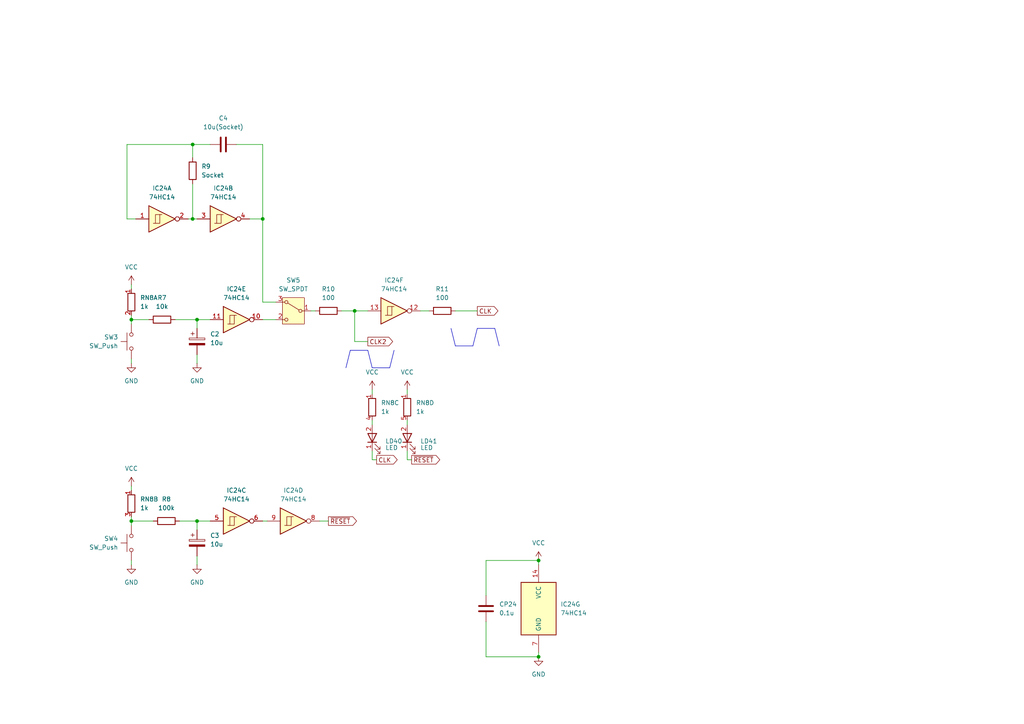
<source format=kicad_sch>
(kicad_sch (version 20231120) (generator "eeschema") (generator_version "8.0")
  (paper "A4")
  (title_block (title "HC4_CPU") (date "2025-03-31") (rev "1.3"))
  (lib_symbols
    (symbol "74xx_2:74HC14" (pin_names (offset 1.016))
      (property "Reference" "IC" (at 0 1.27 0))
      (property "Value" "74HC14" (at 0 -1.27 0))
      (symbol "74HC14_1_0"
        (polyline (pts (xy -3.81 3.81) (xy -3.81 -3.81) (xy 3.81 0) (xy -3.81 3.81)) (stroke (width 0.254)) (fill (type background)))
        (pin input line (at -7.62 0 0) (length 3.81) (name "~") (number "1"))
        (pin output inverted (at 7.62 0 180) (length 3.81) (name "~") (number "2"))
      )
      (symbol "74HC14_1_1"
        (polyline (pts (xy -1.905 -1.27) (xy -1.905 1.27) (xy -0.635 1.27)))
        (polyline (pts (xy -2.54 -1.27) (xy -0.635 -1.27) (xy -0.635 1.27) (xy 0 1.27)))
      )
      (symbol "74HC14_2_0"
        (polyline (pts (xy -3.81 3.81) (xy -3.81 -3.81) (xy 3.81 0) (xy -3.81 3.81)) (stroke (width 0.254)) (fill (type background)))
        (pin input line (at -7.62 0 0) (length 3.81) (name "~") (number "3"))
        (pin output inverted (at 7.62 0 180) (length 3.81) (name "~") (number "4"))
      )
      (symbol "74HC14_2_1"
        (polyline (pts (xy -1.905 -1.27) (xy -1.905 1.27) (xy -0.635 1.27)))
        (polyline (pts (xy -2.54 -1.27) (xy -0.635 -1.27) (xy -0.635 1.27) (xy 0 1.27)))
      )
      (symbol "74HC14_3_0"
        (polyline (pts (xy -3.81 3.81) (xy -3.81 -3.81) (xy 3.81 0) (xy -3.81 3.81)) (stroke (width 0.254)) (fill (type background)))
        (pin input line (at -7.62 0 0) (length 3.81) (name "~") (number "5"))
        (pin output inverted (at 7.62 0 180) (length 3.81) (name "~") (number "6"))
      )
      (symbol "74HC14_3_1"
        (polyline (pts (xy -1.905 -1.27) (xy -1.905 1.27) (xy -0.635 1.27)))
        (polyline (pts (xy -2.54 -1.27) (xy -0.635 -1.27) (xy -0.635 1.27) (xy 0 1.27)))
      )
      (symbol "74HC14_4_0"
        (polyline (pts (xy -3.81 3.81) (xy -3.81 -3.81) (xy 3.81 0) (xy -3.81 3.81)) (stroke (width 0.254)) (fill (type background)))
        (pin output inverted (at 7.62 0 180) (length 3.81) (name "~") (number "8"))
        (pin input line (at -7.62 0 0) (length 3.81) (name "~") (number "9"))
      )
      (symbol "74HC14_4_1"
        (polyline (pts (xy -1.905 -1.27) (xy -1.905 1.27) (xy -0.635 1.27)))
        (polyline (pts (xy -2.54 -1.27) (xy -0.635 -1.27) (xy -0.635 1.27) (xy 0 1.27)))
      )
      (symbol "74HC14_5_0"
        (polyline (pts (xy -3.81 3.81) (xy -3.81 -3.81) (xy 3.81 0) (xy -3.81 3.81)) (stroke (width 0.254)) (fill (type background)))
        (pin output inverted (at 7.62 0 180) (length 3.81) (name "~") (number "10"))
        (pin input line (at -7.62 0 0) (length 3.81) (name "~") (number "11"))
      )
      (symbol "74HC14_5_1"
        (polyline (pts (xy -1.905 -1.27) (xy -1.905 1.27) (xy -0.635 1.27)))
        (polyline (pts (xy -2.54 -1.27) (xy -0.635 -1.27) (xy -0.635 1.27) (xy 0 1.27)))
      )
      (symbol "74HC14_6_0"
        (polyline (pts (xy -3.81 3.81) (xy -3.81 -3.81) (xy 3.81 0) (xy -3.81 3.81)) (stroke (width 0.254)) (fill (type background)))
        (pin output inverted (at 7.62 0 180) (length 3.81) (name "~") (number "12"))
        (pin input line (at -7.62 0 0) (length 3.81) (name "~") (number "13"))
      )
      (symbol "74HC14_6_1"
        (polyline (pts (xy -1.905 -1.27) (xy -1.905 1.27) (xy -0.635 1.27)))
        (polyline (pts (xy -2.54 -1.27) (xy -0.635 -1.27) (xy -0.635 1.27) (xy 0 1.27)))
      )
      (symbol "74HC14_7_0"
        (pin power_in line (at 0 12.7 270) (length 5.08) (name "VCC") (number "14"))
        (pin power_in line (at 0 -12.7 90) (length 5.08) (name "GND") (number "7"))
      )
      (symbol "74HC14_7_1"
        (rectangle (start -5.08 7.62) (end 5.08 -7.62) (stroke (width 0.254)) (fill (type background)))
      )
    )
    (symbol "Device2:C_Bypass" (pin_numbers hide) (pin_names (offset 0.254))
      (property "Reference" "CP" (at 0.635 2.54 0))
      (property "Value" "C_Byp" (at 0.635 -2.54 0))
      (symbol "C_Bypass_0_1"
        (polyline (pts (xy -2.032 -0.762) (xy 2.032 -0.762)) (stroke (width 0.508)))
        (polyline (pts (xy -2.032 0.762) (xy 2.032 0.762)) (stroke (width 0.508)))
      )
      (symbol "C_Bypass_1_1"
        (pin passive line (at 0 3.81 270) (length 2.794) (name "~") (number "1"))
        (pin passive line (at 0 -3.81 90) (length 2.794) (name "~") (number "2"))
      )
    )
    (symbol "Device2:LED_"
      (property "Reference" "LD" (at 0 2.54 0))
      (symbol "LED__0_1"
        (polyline (pts (xy -1.27 -1.27) (xy -1.27 1.27)) (stroke (width 0.254)))
        (polyline (pts (xy -1.27 0) (xy 1.27 0)))
        (polyline (pts (xy 1.27 -1.27) (xy 1.27 1.27) (xy -1.27 0) (xy 1.27 -1.27)) (stroke (width 0.254)))
        (polyline (pts (xy -3.048 -0.762) (xy -4.572 -2.286) (xy -3.81 -2.286) (xy -4.572 -2.286) (xy -4.572 -1.524)))
        (polyline (pts (xy -1.778 -0.762) (xy -3.302 -2.286) (xy -2.54 -2.286) (xy -3.302 -2.286) (xy -3.302 -1.524)))
      )
      (symbol "LED__1_1"
        (pin passive line (at -3.81 0 0) (length 2.54) (name "K") (number "1"))
        (pin passive line (at 3.81 0 180) (length 2.54) (name "") (number "2"))
      )
    )
    (symbol "Device:C" (pin_numbers hide) (pin_names (offset 0.254))
      (property "Reference" "C" (at 0.635 2.54 0))
      (property "Value" "C" (at 0.635 -2.54 0))
      (symbol "C_0_1"
        (polyline (pts (xy -2.032 -0.762) (xy 2.032 -0.762)) (stroke (width 0.508)))
        (polyline (pts (xy -2.032 0.762) (xy 2.032 0.762)) (stroke (width 0.508)))
      )
      (symbol "C_1_1"
        (pin passive line (at 0 3.81 270) (length 2.794) (name "~") (number "1"))
        (pin passive line (at 0 -3.81 90) (length 2.794) (name "~") (number "2"))
      )
    )
    (symbol "Device:C_Polarized" (pin_numbers hide) (pin_names (offset 0.254))
      (property "Reference" "C" (at 0.635 2.54 0))
      (property "Value" "C_Polarized" (at 0.635 -2.54 0))
      (symbol "C_Polarized_0_1"
        (rectangle (start -2.286 0.508) (end 2.286 1.016))
        (polyline (pts (xy -1.778 2.286) (xy -0.762 2.286)))
        (polyline (pts (xy -1.27 2.794) (xy -1.27 1.778)))
        (rectangle (start 2.286 -0.508) (end -2.286 -1.016) (fill (type outline)))
      )
      (symbol "C_Polarized_1_1"
        (pin passive line (at 0 3.81 270) (length 2.794) (name "~") (number "1"))
        (pin passive line (at 0 -3.81 90) (length 2.794) (name "~") (number "2"))
      )
    )
    (symbol "Device:R" (pin_numbers hide) (pin_names (offset 0))
      (property "Reference" "R" (at 2.032 0 90))
      (property "Value" "R" (at 0 0 90))
      (symbol "R_0_1"
        (rectangle (start -1.016 -2.54) (end 1.016 2.54) (stroke (width 0.254)))
      )
      (symbol "R_1_1"
        (pin passive line (at 0 3.81 270) (length 1.27) (name "~") (number "1"))
        (pin passive line (at 0 -3.81 90) (length 1.27) (name "~") (number "2"))
      )
    )
    (symbol "Device:R_Network04_Split" (pin_names (offset 0) hide)
      (property "Reference" "RN" (at 2.032 0 90))
      (property "Value" "R_Network04_Split" (at 0 0 90))
      (symbol "R_Network04_Split_0_1"
        (rectangle (start 1.016 2.54) (end -1.016 -2.54) (stroke (width 0.254)))
        (pin passive line (at 0 3.81 270) (length 1.27) (name "R1") (number "1"))
      )
      (symbol "R_Network04_Split_1_1"
        (pin passive line (at 0 -3.81 90) (length 1.27) (name "R1.2") (number "2"))
      )
      (symbol "R_Network04_Split_2_1"
        (pin passive line (at 0 -3.81 90) (length 1.27) (name "R2.2") (number "3"))
      )
      (symbol "R_Network04_Split_3_1"
        (pin passive line (at 0 -3.81 90) (length 1.27) (name "R3.2") (number "4"))
      )
      (symbol "R_Network04_Split_4_1"
        (pin passive line (at 0 -3.81 90) (length 1.27) (name "R4.2") (number "5"))
      )
    )
    (symbol "Switch:SW_Push" (pin_numbers hide) (pin_names (offset 1.016) hide)
      (property "Reference" "SW" (at 1.27 2.54 0))
      (property "Value" "SW_Push" (at 0 -1.524 0))
      (symbol "SW_Push_0_1"
        (circle (center -2.032 0) (radius 0.508))
        (polyline (pts (xy 0 1.27) (xy 0 3.048)))
        (polyline (pts (xy 2.54 1.27) (xy -2.54 1.27)))
        (circle (center 2.032 0) (radius 0.508))
        (pin passive line (at -5.08 0 0) (length 2.54) (name "1") (number "1"))
        (pin passive line (at 5.08 0 180) (length 2.54) (name "2") (number "2"))
      )
    )
    (symbol "Switch:SW_SPDT_312" (pin_names (offset 1) hide)
      (property "Reference" "SW" (at 0 5.08 0))
      (property "Value" "SW_SPDT_312" (at 0 -5.08 0))
      (symbol "SW_SPDT_312_0_1"
        (circle (center -2.032 0) (radius 0.4572))
        (polyline (pts (xy -1.651 0.254) (xy 1.651 2.286)))
        (circle (center 2.032 -2.54) (radius 0.4572))
        (circle (center 2.032 2.54) (radius 0.4572))
      )
      (symbol "SW_SPDT_312_1_1"
        (rectangle (start -3.175 3.81) (end 3.175 -3.81) (fill (type background)))
        (pin passive line (at -5.08 0 0) (length 2.54) (name "B") (number "1"))
        (pin passive line (at 5.08 -2.54 180) (length 2.54) (name "C") (number "2"))
        (pin passive line (at 5.08 2.54 180) (length 2.54) (name "A") (number "3"))
      )
    )
    (symbol "power:GND" (power) (pin_numbers hide) (pin_names (offset 0) hide)
      (property "Value" "GND" (at 0 -3.81 0))
      (symbol "GND_0_1"
        (polyline (pts (xy 0 0) (xy 0 -1.27) (xy 1.27 -1.27) (xy 0 -2.54) (xy -1.27 -1.27) (xy 0 -1.27)))
      )
      (symbol "GND_1_1"
        (pin power_in line (at 0 0 270) (length 0) (name "~") (number "1"))
      )
    )
    (symbol "power:VCC" (power) (pin_numbers hide) (pin_names (offset 0) hide)
      (property "Value" "VCC" (at 0 3.556 0))
      (symbol "VCC_0_1"
        (polyline (pts (xy -0.762 1.27) (xy 0 2.54)))
        (polyline (pts (xy 0 0) (xy 0 2.54)))
        (polyline (pts (xy 0 2.54) (xy 0.762 1.27)))
      )
      (symbol "VCC_1_1"
        (pin power_in line (at 0 0 90) (length 0) (name "~") (number "1"))
      )
    )
  )
  (junction (at 57.15 92.71))
  (junction (at 156.21 190.5))
  (junction (at 38.1 92.71))
  (junction (at 55.88 63.5))
  (junction (at 76.2 63.5))
  (junction (at 55.88 41.91))
  (junction (at 102.87 90.17))
  (junction (at 38.1 151.13))
  (junction (at 57.15 151.13))
  (junction (at 156.21 162.56))
  (wire (pts (xy 38.1 91.44) (xy 38.1 92.71)))
  (wire (pts (xy 140.97 190.5) (xy 140.97 180.34)))
  (wire (pts (xy 38.1 149.86) (xy 38.1 151.13)))
  (wire (pts (xy 36.83 63.5) (xy 39.37 63.5)))
  (wire (pts (xy 76.2 92.71) (xy 80.01 92.71)))
  (wire (pts (xy 38.1 163.83) (xy 38.1 162.56)))
  (wire (pts (xy 57.15 102.87) (xy 57.15 105.41)))
  (wire (pts (xy 55.88 63.5) (xy 57.15 63.5)))
  (wire (pts (xy 95.25 151.13) (xy 92.71 151.13)))
  (wire (pts (xy 50.8 92.71) (xy 57.15 92.71)))
  (polyline (pts (xy 107.95 106.68) (xy 113.03 106.68)))
  (polyline (pts (xy 101.6 101.6) (xy 106.68 101.6)))
  (polyline (pts (xy 137.16 100.33) (xy 138.43 95.25)))
  (polyline (pts (xy 106.68 101.6) (xy 107.95 106.68)))
  (wire (pts (xy 156.21 189.23) (xy 156.21 190.5)))
  (wire (pts (xy 106.68 90.17) (xy 102.87 90.17)))
  (wire (pts (xy 140.97 162.56) (xy 156.21 162.56)))
  (wire (pts (xy 76.2 87.63) (xy 80.01 87.63)))
  (wire (pts (xy 102.87 90.17) (xy 99.06 90.17)))
  (wire (pts (xy 118.11 133.35) (xy 118.11 130.81)))
  (wire (pts (xy 107.95 130.81) (xy 107.95 133.35)))
  (wire (pts (xy 107.95 113.03) (xy 107.95 114.3)))
  (wire (pts (xy 54.61 63.5) (xy 55.88 63.5)))
  (wire (pts (xy 55.88 45.72) (xy 55.88 41.91)))
  (wire (pts (xy 119.38 133.35) (xy 118.11 133.35)))
  (wire (pts (xy 76.2 63.5) (xy 76.2 87.63)))
  (wire (pts (xy 57.15 151.13) (xy 60.96 151.13)))
  (wire (pts (xy 109.22 133.35) (xy 107.95 133.35)))
  (wire (pts (xy 57.15 92.71) (xy 60.96 92.71)))
  (polyline (pts (xy 143.51 95.25) (xy 144.78 100.33)))
  (wire (pts (xy 38.1 92.71) (xy 38.1 93.98)))
  (wire (pts (xy 38.1 151.13) (xy 38.1 152.4)))
  (wire (pts (xy 38.1 82.55) (xy 38.1 83.82)))
  (wire (pts (xy 52.07 151.13) (xy 57.15 151.13)))
  (wire (pts (xy 68.58 41.91) (xy 76.2 41.91)))
  (wire (pts (xy 38.1 151.13) (xy 44.45 151.13)))
  (wire (pts (xy 55.88 53.34) (xy 55.88 63.5)))
  (polyline (pts (xy 138.43 95.25) (xy 143.51 95.25)))
  (wire (pts (xy 90.17 90.17) (xy 91.44 90.17)))
  (wire (pts (xy 156.21 162.56) (xy 156.21 163.83)))
  (wire (pts (xy 57.15 161.29) (xy 57.15 163.83)))
  (wire (pts (xy 55.88 41.91) (xy 60.96 41.91)))
  (wire (pts (xy 55.88 41.91) (xy 36.83 41.91)))
  (polyline (pts (xy 130.81 95.25) (xy 132.08 100.33)))
  (wire (pts (xy 106.68 99.06) (xy 102.87 99.06)))
  (wire (pts (xy 156.21 190.5) (xy 140.97 190.5)))
  (wire (pts (xy 38.1 92.71) (xy 43.18 92.71)))
  (wire (pts (xy 57.15 95.25) (xy 57.15 92.71)))
  (wire (pts (xy 38.1 140.97) (xy 38.1 142.24)))
  (polyline (pts (xy 132.08 100.33) (xy 137.16 100.33)))
  (polyline (pts (xy 113.03 106.68) (xy 114.3 101.6)))
  (wire (pts (xy 72.39 63.5) (xy 76.2 63.5)))
  (wire (pts (xy 140.97 172.72) (xy 140.97 162.56)))
  (wire (pts (xy 38.1 105.41) (xy 38.1 104.14)))
  (wire (pts (xy 36.83 41.91) (xy 36.83 63.5)))
  (wire (pts (xy 118.11 121.92) (xy 118.11 123.19)))
  (wire (pts (xy 102.87 99.06) (xy 102.87 90.17)))
  (wire (pts (xy 132.08 90.17) (xy 138.43 90.17)))
  (wire (pts (xy 121.92 90.17) (xy 124.46 90.17)))
  (wire (pts (xy 76.2 151.13) (xy 77.47 151.13)))
  (wire (pts (xy 57.15 151.13) (xy 57.15 153.67)))
  (wire (pts (xy 118.11 113.03) (xy 118.11 114.3)))
  (wire (pts (xy 76.2 41.91) (xy 76.2 63.5)))
  (wire (pts (xy 107.95 121.92) (xy 107.95 123.19)))
  (polyline (pts (xy 100.33 106.68) (xy 101.6 101.6)))
  (global_label "CLK" (shape output) (at 138.43 90.17 0) (property "Intersheetrefs" "${INTERSHEET_REFS}" (effects (hide yes))))
  (global_label "~{RESET}" (shape output) (at 119.38 133.35 0) (property "Intersheetrefs" "${INTERSHEET_REFS}" (effects (hide yes))))
  (global_label "CLK2" (shape output) (at 106.68 99.06 0) (property "Intersheetrefs" "${INTERSHEET_REFS}" (effects (hide yes))))
  (global_label "CLK" (shape output) (at 109.22 133.35 0) (property "Intersheetrefs" "${INTERSHEET_REFS}" (effects (hide yes))))
  (global_label "~{RESET}" (shape output) (at 95.25 151.13 0) (property "Intersheetrefs" "${INTERSHEET_REFS}" (effects (hide yes))))
  (symbol (lib_id "74xx_2:74HC14") (at 114.3 90.17 0) (unit 6)
    (property "Reference" "IC24" (at 114.3 81.28 0))
    (property "Value" "74HC14" (at 114.3 83.82 0))
    (property "Footprint" "Package_SO:SO-14_5.3x10.2mm_P1.27mm" (effects (hide yes)))
    (property "Datasheet" "http://www.ti.com/lit/gpn/sn74HC14" (effects (hide yes)))
    (property "Description" "Hex inverter schmitt trigger" (effects (hide yes)))
  )
  (symbol (lib_id "Device:R") (at 46.99 92.71 90) (unit 1)
    (property "Reference" "R7" (at 46.99 86.36 90))
    (property "Value" "10k" (at 46.99 88.9 90))
    (property "Footprint" "Resistor_SMD:R_0603_1608Metric" (effects (hide yes)))
    (property "Description" "Resistor" (effects (hide yes)))
  )
  (symbol (lib_id "Device:R_Network04_Split") (at 38.1 146.05 0) (unit 2)
    (property "Reference" "RN8" (at 40.64 144.7799 0) (effects (justify left)))
    (property "Value" "1k" (at 40.64 147.3199 0) (effects (justify left)))
    (property "Footprint" "Resistor_THT:R_Array_SIP5" (effects (hide yes)))
    (property "Datasheet" "http://www.vishay.com/docs/31509/csc.pdf" (effects (hide yes)))
    (property "Description" "4 resistor network, star topology, bussed resistors, split" (effects (hide yes)))
  )
  (symbol (lib_id "Switch:SW_SPDT_312") (at 85.09 90.17 0) (mirror y) (unit 1)
    (property "Reference" "SW5" (at 85.09 81.28 0))
    (property "Value" "SW_SPDT" (at 85.09 83.82 0))
    (property "Footprint" "Button_Switch_THT:SW_Slide-03_Wuerth-WS-SLTV_10x2.5x6.4_P2.54mm" (effects (hide yes)))
    (property "Description" "Switch, single pole double throw" (effects (hide yes)))
  )
  (symbol (lib_id "74xx_2:74HC14") (at 68.58 151.13 0) (unit 3)
    (property "Reference" "IC24" (at 68.58 142.24 0))
    (property "Value" "74HC14" (at 68.58 144.78 0))
    (property "Footprint" "Package_SO:SO-14_5.3x10.2mm_P1.27mm" (effects (hide yes)))
    (property "Datasheet" "http://www.ti.com/lit/gpn/sn74HC14" (effects (hide yes)))
    (property "Description" "Hex inverter schmitt trigger" (effects (hide yes)))
  )
  (symbol (lib_id "Switch:SW_Push") (at 38.1 99.06 90) (unit 1)
    (property "Reference" "SW3" (at 34.29 97.7899 90) (effects (justify left)))
    (property "Value" "SW_Push" (at 34.29 100.3299 90) (effects (justify left)))
    (property "Footprint" "Button_Switch_THT:SW_PUSH_6mm" (effects (hide yes)))
    (property "Description" "Push button switch, generic, two pins" (effects (hide yes)))
  )
  (symbol (lib_id "power:VCC") (at 118.11 113.03 0) (unit 1)
    (property "Reference" "#PWR083" (effects (hide yes)))
    (property "Value" "VCC" (at 118.11 107.95 0))
    (property "Description" "Power symbol creates a global label with name \"VCC\"" (effects (hide yes)))
  )
  (symbol (lib_id "74xx_2:74HC14") (at 68.58 92.71 0) (unit 5)
    (property "Reference" "IC24" (at 68.58 83.82 0))
    (property "Value" "74HC14" (at 68.58 86.36 0))
    (property "Footprint" "Package_SO:SO-14_5.3x10.2mm_P1.27mm" (effects (hide yes)))
    (property "Datasheet" "http://www.ti.com/lit/gpn/sn74HC14" (effects (hide yes)))
    (property "Description" "Hex inverter schmitt trigger" (effects (hide yes)))
  )
  (symbol (lib_id "Device:C") (at 64.77 41.91 90) (unit 1)
    (property "Reference" "C4" (at 64.77 34.29 90))
    (property "Value" "10u(Socket)" (at 64.77 36.83 90))
    (property "Footprint" "Capacitor_THT:C_Radial_D5.0mm_H5.0mm_P2.00mm" (effects (hide yes)))
    (property "Description" "Unpolarized capacitor" (effects (hide yes)))
  )
  (symbol (lib_id "power:GND") (at 38.1 105.41 0) (unit 1)
    (property "Reference" "#PWR077" (effects (hide yes)))
    (property "Value" "GND" (at 38.1 110.49 0))
    (property "Description" "Power symbol creates a global label with name \"GND\" , ground" (effects (hide yes)))
  )
  (symbol (lib_id "Device:C_Polarized") (at 57.15 99.06 0) (unit 1)
    (property "Reference" "C2" (at 60.96 96.9009 0) (effects (justify left)))
    (property "Value" "10u" (at 60.96 99.4409 0) (effects (justify left)))
    (property "Footprint" "Capacitor_THT:CP_Radial_D5.0mm_P2.50mm" (effects (hide yes)))
    (property "Description" "Polarized capacitor" (effects (hide yes)))
  )
  (symbol (lib_id "power:GND") (at 57.15 105.41 0) (unit 1)
    (property "Reference" "#PWR080" (effects (hide yes)))
    (property "Value" "GND" (at 57.15 110.49 0))
    (property "Description" "Power symbol creates a global label with name \"GND\" , ground" (effects (hide yes)))
  )
  (symbol (lib_id "Device2:C_Bypass") (at 140.97 176.53 0) (unit 1)
    (property "Reference" "CP24" (at 144.78 175.2599 0) (effects (justify left)))
    (property "Value" "0.1u" (at 144.78 177.7999 0) (effects (justify left)))
    (property "Footprint" "Capacitor_SMD:C_0603_1608Metric" (effects (hide yes)))
    (property "Description" "Bypass Capacitor" (effects (hide yes)))
  )
  (symbol (lib_id "power:GND") (at 57.15 163.83 0) (unit 1)
    (property "Reference" "#PWR081" (effects (hide yes)))
    (property "Value" "GND" (at 57.15 168.91 0))
    (property "Description" "Power symbol creates a global label with name \"GND\" , ground" (effects (hide yes)))
  )
  (symbol (lib_id "Device2:LED_") (at 107.95 127 90) (unit 1)
    (property "Reference" "LD40" (at 111.76 127.9524 90) (effects (justify right)))
    (property "Value" "LED" (at 111.76 129.8575 90) (effects (justify right)))
    (property "Footprint" "LED_THT:LED_Rectangular_W5.0mm_H2.0mm" (effects (hide yes)))
  )
  (symbol (lib_id "Device:C_Polarized") (at 57.15 157.48 0) (unit 1)
    (property "Reference" "C3" (at 60.96 155.3209 0) (effects (justify left)))
    (property "Value" "10u" (at 60.96 157.8609 0) (effects (justify left)))
    (property "Footprint" "Capacitor_THT:CP_Radial_D5.0mm_P2.50mm" (effects (hide yes)))
    (property "Description" "Polarized capacitor" (effects (hide yes)))
  )
  (symbol (lib_id "power:GND") (at 38.1 163.83 0) (unit 1)
    (property "Reference" "#PWR079" (effects (hide yes)))
    (property "Value" "GND" (at 38.1 168.91 0))
    (property "Description" "Power symbol creates a global label with name \"GND\" , ground" (effects (hide yes)))
  )
  (symbol (lib_id "Device:R_Network04_Split") (at 118.11 118.11 0) (unit 4)
    (property "Reference" "RN8" (at 120.65 116.8399 0) (effects (justify left)))
    (property "Value" "1k" (at 120.65 119.3799 0) (effects (justify left)))
    (property "Footprint" "Resistor_THT:R_Array_SIP5" (effects (hide yes)))
    (property "Datasheet" "http://www.vishay.com/docs/31509/csc.pdf" (effects (hide yes)))
    (property "Description" "4 resistor network, star topology, bussed resistors, split" (effects (hide yes)))
  )
  (symbol (lib_id "power:VCC") (at 107.95 113.03 0) (unit 1)
    (property "Reference" "#PWR082" (effects (hide yes)))
    (property "Value" "VCC" (at 107.95 107.95 0))
    (property "Description" "Power symbol creates a global label with name \"VCC\"" (effects (hide yes)))
  )
  (symbol (lib_id "Device:R") (at 95.25 90.17 90) (unit 1)
    (property "Reference" "R10" (at 95.25 83.82 90))
    (property "Value" "100" (at 95.25 86.36 90))
    (property "Footprint" "Resistor_SMD:R_0603_1608Metric" (effects (hide yes)))
    (property "Description" "Resistor" (effects (hide yes)))
  )
  (symbol (lib_id "Device:R") (at 48.26 151.13 90) (unit 1)
    (property "Reference" "R8" (at 48.26 144.78 90))
    (property "Value" "100k" (at 48.26 147.32 90))
    (property "Footprint" "Resistor_SMD:R_0603_1608Metric" (effects (hide yes)))
    (property "Description" "Resistor" (effects (hide yes)))
  )
  (symbol (lib_id "Device:R_Network04_Split") (at 38.1 87.63 0) (unit 1)
    (property "Reference" "RN8" (at 40.64 86.3599 0) (effects (justify left)))
    (property "Value" "1k" (at 40.64 88.8999 0) (effects (justify left)))
    (property "Footprint" "Resistor_THT:R_Array_SIP5" (effects (hide yes)))
    (property "Datasheet" "http://www.vishay.com/docs/31509/csc.pdf" (effects (hide yes)))
    (property "Description" "4 resistor network, star topology, bussed resistors, split" (effects (hide yes)))
  )
  (symbol (lib_id "Device2:LED_") (at 118.11 127 90) (unit 1)
    (property "Reference" "LD41" (at 121.92 127.9524 90) (effects (justify right)))
    (property "Value" "LED" (at 121.92 129.8575 90) (effects (justify right)))
    (property "Footprint" "LED_THT:LED_Rectangular_W5.0mm_H2.0mm" (effects (hide yes)))
  )
  (symbol (lib_id "Device:R") (at 128.27 90.17 90) (unit 1)
    (property "Reference" "R11" (at 128.27 83.82 90))
    (property "Value" "100" (at 128.27 86.36 90))
    (property "Footprint" "Resistor_SMD:R_0603_1608Metric" (effects (hide yes)))
    (property "Description" "Resistor" (effects (hide yes)))
  )
  (symbol (lib_id "74xx_2:74HC14") (at 64.77 63.5 0) (unit 2)
    (property "Reference" "IC24" (at 64.77 54.61 0))
    (property "Value" "74HC14" (at 64.77 57.15 0))
    (property "Footprint" "Package_SO:SO-14_5.3x10.2mm_P1.27mm" (effects (hide yes)))
    (property "Datasheet" "http://www.ti.com/lit/gpn/sn74HC14" (effects (hide yes)))
    (property "Description" "Hex inverter schmitt trigger" (effects (hide yes)))
  )
  (symbol (lib_id "Device:R_Network04_Split") (at 107.95 118.11 0) (unit 3)
    (property "Reference" "RN8" (at 110.49 116.8399 0) (effects (justify left)))
    (property "Value" "1k" (at 110.49 119.3799 0) (effects (justify left)))
    (property "Footprint" "Resistor_THT:R_Array_SIP5" (effects (hide yes)))
    (property "Datasheet" "http://www.vishay.com/docs/31509/csc.pdf" (effects (hide yes)))
    (property "Description" "4 resistor network, star topology, bussed resistors, split" (effects (hide yes)))
  )
  (symbol (lib_id "power:VCC") (at 38.1 140.97 0) (unit 1)
    (property "Reference" "#PWR078" (effects (hide yes)))
    (property "Value" "VCC" (at 38.1 135.89 0))
    (property "Description" "Power symbol creates a global label with name \"VCC\"" (effects (hide yes)))
  )
  (symbol (lib_id "74xx_2:74HC14") (at 156.21 176.53 0) (unit 7)
    (property "Reference" "IC24" (at 162.56 175.2599 0) (effects (justify left)))
    (property "Value" "74HC14" (at 162.56 177.7999 0) (effects (justify left)))
    (property "Footprint" "Package_SO:SO-14_5.3x10.2mm_P1.27mm" (effects (hide yes)))
    (property "Datasheet" "http://www.ti.com/lit/gpn/sn74HC14" (effects (hide yes)))
    (property "Description" "Hex inverter schmitt trigger" (effects (hide yes)))
  )
  (symbol (lib_id "power:VCC") (at 38.1 82.55 0) (unit 1)
    (property "Reference" "#PWR076" (effects (hide yes)))
    (property "Value" "VCC" (at 38.1 77.47 0))
    (property "Description" "Power symbol creates a global label with name \"VCC\"" (effects (hide yes)))
  )
  (symbol (lib_id "Switch:SW_Push") (at 38.1 157.48 90) (unit 1)
    (property "Reference" "SW4" (at 34.29 156.2099 90) (effects (justify left)))
    (property "Value" "SW_Push" (at 34.29 158.7499 90) (effects (justify left)))
    (property "Footprint" "Button_Switch_THT:SW_PUSH_6mm" (effects (hide yes)))
    (property "Description" "Push button switch, generic, two pins" (effects (hide yes)))
  )
  (symbol (lib_id "74xx_2:74HC14") (at 46.99 63.5 0) (unit 1)
    (property "Reference" "IC24" (at 46.99 54.61 0))
    (property "Value" "74HC14" (at 46.99 57.15 0))
    (property "Footprint" "Package_SO:SO-14_5.3x10.2mm_P1.27mm" (effects (hide yes)))
    (property "Datasheet" "http://www.ti.com/lit/gpn/sn74HC14" (effects (hide yes)))
    (property "Description" "Hex inverter schmitt trigger" (effects (hide yes)))
  )
  (symbol (lib_id "74xx_2:74HC14") (at 85.09 151.13 0) (unit 4)
    (property "Reference" "IC24" (at 85.09 142.24 0))
    (property "Value" "74HC14" (at 85.09 144.78 0))
    (property "Footprint" "Package_SO:SO-14_5.3x10.2mm_P1.27mm" (effects (hide yes)))
    (property "Datasheet" "http://www.ti.com/lit/gpn/sn74HC14" (effects (hide yes)))
    (property "Description" "Hex inverter schmitt trigger" (effects (hide yes)))
  )
  (symbol (lib_id "power:GND") (at 156.21 190.5 0) (unit 1)
    (property "Reference" "#PWR085" (effects (hide yes)))
    (property "Value" "GND" (at 156.21 195.58 0))
    (property "Description" "Power symbol creates a global label with name \"GND\" , ground" (effects (hide yes)))
  )
  (symbol (lib_id "power:VCC") (at 156.21 162.56 0) (unit 1)
    (property "Reference" "#PWR084" (effects (hide yes)))
    (property "Value" "VCC" (at 156.21 157.48 0))
    (property "Description" "Power symbol creates a global label with name \"VCC\"" (effects (hide yes)))
  )
  (symbol (lib_id "Device:R") (at 55.88 49.53 0) (unit 1)
    (property "Reference" "R9" (at 58.42 48.2599 0) (effects (justify left)))
    (property "Value" "Socket" (at 58.42 50.7999 0) (effects (justify left)))
    (property "Footprint" "Resistor_THT:R_Axial_DIN0207_L6.3mm_D2.5mm_P10.16mm_Horizontal" (effects (hide yes)))
    (property "Description" "Resistor" (effects (hide yes)))
  )
)
</source>
